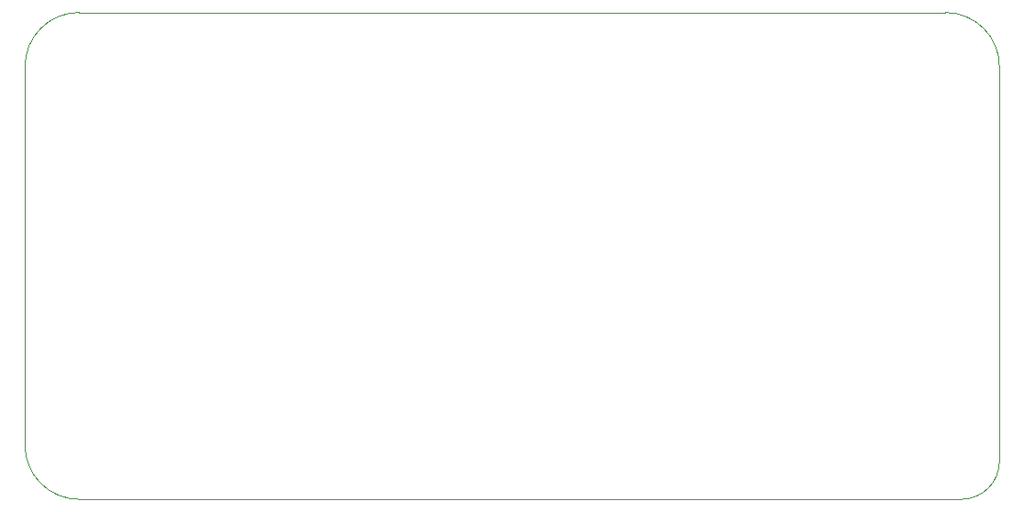
<source format=gbr>
%TF.GenerationSoftware,KiCad,Pcbnew,9.0.7*%
%TF.CreationDate,2026-01-13T15:48:48+01:00*%
%TF.ProjectId,TABv1,54414276-312e-46b6-9963-61645f706362,rev?*%
%TF.SameCoordinates,Original*%
%TF.FileFunction,Profile,NP*%
%FSLAX46Y46*%
G04 Gerber Fmt 4.6, Leading zero omitted, Abs format (unit mm)*
G04 Created by KiCad (PCBNEW 9.0.7) date 2026-01-13 15:48:48*
%MOMM*%
%LPD*%
G01*
G04 APERTURE LIST*
%TA.AperFunction,Profile*%
%ADD10C,0.100000*%
%TD*%
G04 APERTURE END LIST*
D10*
X162500000Y-75000000D02*
G75*
G02*
X159000000Y-78500000I-3500000J0D01*
G01*
X77500000Y-78500000D02*
G75*
G02*
X72500000Y-73500000I0J5000000D01*
G01*
X159000000Y-78500000D02*
X77500000Y-78500000D01*
X157500000Y-33500000D02*
G75*
G02*
X162500000Y-38500000I0J-5000000D01*
G01*
X162500000Y-38500000D02*
X162500000Y-75000000D01*
X72500000Y-38500000D02*
G75*
G02*
X77500000Y-33500000I5000000J0D01*
G01*
X72500000Y-73500000D02*
X72500000Y-38500000D01*
X77500000Y-33500000D02*
X157500000Y-33500000D01*
M02*

</source>
